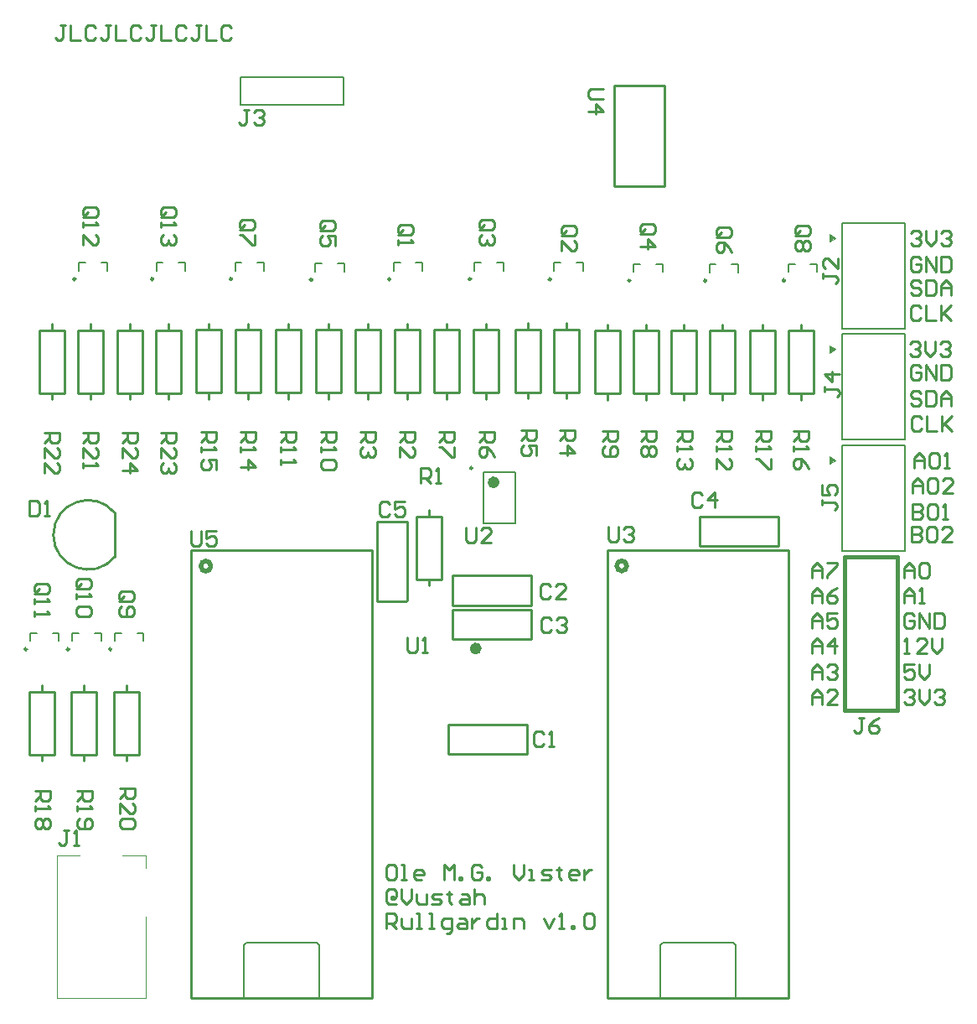
<source format=gto>
G04 Layer_Color=15132400*
%FSLAX43Y43*%
%MOMM*%
G71*
G01*
G75*
%ADD14C,0.254*%
%ADD30C,0.250*%
%ADD31C,0.600*%
%ADD32C,0.508*%
%ADD33C,0.200*%
%ADD34C,0.150*%
%ADD35C,0.025*%
%ADD36C,0.100*%
%ADD37C,0.400*%
G36*
X102740Y74360D02*
X102105Y73979D01*
Y74360D01*
Y74741D01*
X102740Y74360D01*
D02*
G37*
G36*
Y85585D02*
X102105Y85204D01*
Y85585D01*
Y85966D01*
X102740Y85585D01*
D02*
G37*
G36*
Y96785D02*
X102105Y96404D01*
Y96785D01*
Y97166D01*
X102740Y96785D01*
D02*
G37*
D14*
X29933Y69011D02*
G03*
X29933Y64639I-2733J-2186D01*
G01*
X64005Y56282D02*
Y59280D01*
X71956D01*
X71981Y56282D02*
Y59254D01*
X64005Y56282D02*
X71981D01*
X64005Y59701D02*
Y62699D01*
X71956D01*
X71981Y59701D02*
Y62673D01*
X64005Y59701D02*
X71981D01*
X63562Y44701D02*
Y47699D01*
X71512D01*
X71538Y44701D02*
Y47673D01*
X63562Y44701D02*
X71538D01*
X61675Y68695D02*
Y69330D01*
X60405Y62345D02*
X61675D01*
X60405D02*
Y68695D01*
X61675Y61710D02*
Y62345D01*
X62945D01*
X60405Y68695D02*
X62945D01*
Y62345D02*
Y68695D01*
X56415Y68116D02*
X59412D01*
Y60166D02*
Y68116D01*
X56415Y60141D02*
X59387D01*
X56415D02*
Y68116D01*
X31075Y50974D02*
Y51609D01*
X29805Y44624D02*
X31075D01*
X29805D02*
Y50974D01*
X31075Y43989D02*
Y44624D01*
X32345D01*
X29805Y50974D02*
X32345D01*
Y44624D02*
Y50974D01*
X26800D02*
Y51609D01*
X25530Y44624D02*
X26800D01*
X25530D02*
Y50974D01*
X26800Y43989D02*
Y44624D01*
X28070D01*
X25530Y50974D02*
X28070D01*
Y44624D02*
Y50974D01*
X22525D02*
Y51609D01*
X21255Y44624D02*
X22525D01*
X21255D02*
Y50974D01*
X22525Y43989D02*
Y44624D01*
X23795D01*
X21255Y50974D02*
X23795D01*
Y44624D02*
Y50974D01*
X29933Y64639D02*
Y69011D01*
X31400Y87480D02*
Y88115D01*
X30130Y81130D02*
X31400D01*
X30130D02*
Y87480D01*
X31400Y80495D02*
Y81130D01*
X32670D01*
X30130Y87480D02*
X32670D01*
Y81130D02*
Y87480D01*
X35325Y80495D02*
Y81130D01*
Y87480D02*
X36595D01*
Y81130D02*
Y87480D01*
X35325D02*
Y88115D01*
X34055Y87480D02*
X35325D01*
X34055Y81130D02*
X36595D01*
X34055D02*
Y87480D01*
X23550D02*
Y88115D01*
X22280Y81130D02*
X23550D01*
X22280D02*
Y87480D01*
X23550Y80495D02*
Y81130D01*
X24820D01*
X22280Y87480D02*
X24820D01*
Y81130D02*
Y87480D01*
X27475Y80495D02*
Y81130D01*
Y87480D02*
X28745D01*
Y81130D02*
Y87480D01*
X27475D02*
Y88115D01*
X26205Y87480D02*
X27475D01*
X26205Y81130D02*
X28745D01*
X26205D02*
Y87480D01*
X58205Y81173D02*
Y87523D01*
Y81173D02*
X60745D01*
X58205Y87523D02*
X59475D01*
Y88158D01*
X60745Y81173D02*
Y87523D01*
X59475D02*
X60745D01*
X59475Y80538D02*
Y81173D01*
X64713D02*
Y87523D01*
X62173D02*
X64713D01*
X63443Y81173D02*
X64713D01*
X63443Y80538D02*
Y81173D01*
X62173D02*
Y87523D01*
Y81173D02*
X63443D01*
Y87523D02*
Y88158D01*
X66182Y81173D02*
Y87523D01*
Y81173D02*
X68722D01*
X66182Y87523D02*
X67452D01*
Y88158D01*
X68722Y81173D02*
Y87523D01*
X67452D02*
X68722D01*
X67452Y80538D02*
Y81173D01*
X55466Y87523D02*
Y88158D01*
X54196Y81173D02*
X55466D01*
X54196D02*
Y87523D01*
X55466Y80538D02*
Y81173D01*
X56736D01*
X54196Y87523D02*
X56736D01*
Y81173D02*
Y87523D01*
X51459Y80538D02*
Y81173D01*
Y87523D02*
X52729D01*
Y81173D02*
Y87523D01*
X51459D02*
Y88158D01*
X50189Y87523D02*
X51459D01*
X50189Y81173D02*
X52729D01*
X50189D02*
Y87523D01*
X47451D02*
Y88158D01*
X46181Y81173D02*
X47451D01*
X46181D02*
Y87523D01*
X47451Y80538D02*
Y81173D01*
X48721D01*
X46181Y87523D02*
X48721D01*
Y81173D02*
Y87523D01*
X43392Y80538D02*
Y81173D01*
Y87523D02*
X44662D01*
Y81173D02*
Y87523D01*
X43392D02*
Y88158D01*
X42122Y87523D02*
X43392D01*
X42122Y81173D02*
X44662D01*
X42122D02*
Y87523D01*
X39383D02*
Y88158D01*
X38113Y81173D02*
X39383D01*
X38113D02*
Y87523D01*
X39383Y80538D02*
Y81173D01*
X40653D01*
X38113Y87523D02*
X40653D01*
Y81173D02*
Y87523D01*
X80365Y101985D02*
X85445D01*
Y112145D01*
X80365D02*
X85445D01*
X80365Y101985D02*
Y112145D01*
X89012Y65676D02*
X96988D01*
Y68648D01*
X89012Y68674D02*
X96962D01*
X89012Y65676D02*
Y68674D01*
X74300Y81231D02*
Y87581D01*
Y81231D02*
X76840D01*
X74300Y87581D02*
X75570D01*
Y88216D01*
X76840Y81231D02*
Y87581D01*
X75570D02*
X76840D01*
X75570Y80596D02*
Y81231D01*
X91266Y80446D02*
Y81081D01*
Y87431D02*
X92536D01*
Y81081D02*
Y87431D01*
X91266D02*
Y88066D01*
X89996Y87431D02*
X91266D01*
X89996Y81081D02*
X92536D01*
X89996D02*
Y87431D01*
X99227Y80471D02*
Y81106D01*
Y87456D02*
X100497D01*
Y81106D02*
Y87456D01*
X99227D02*
Y88091D01*
X97957Y87456D02*
X99227D01*
X97957Y81106D02*
X100497D01*
X97957D02*
Y87456D01*
X79656Y20057D02*
Y65269D01*
X97944D01*
Y20057D02*
Y65269D01*
X79656Y20057D02*
X97944D01*
X82335Y81106D02*
Y87456D01*
Y81106D02*
X84875D01*
X82335Y87456D02*
X83605D01*
Y88091D01*
X84875Y81106D02*
Y87456D01*
X83605D02*
X84875D01*
X83605Y80471D02*
Y81106D01*
X37631Y20032D02*
X55919D01*
Y65244D01*
X37631D02*
X55919D01*
X37631Y20032D02*
Y65244D01*
X80968Y81106D02*
Y87456D01*
X78428D02*
X80968D01*
X79698Y81106D02*
X80968D01*
X79698Y80471D02*
Y81106D01*
X78428D02*
Y87456D01*
Y81106D02*
X79698D01*
Y87456D02*
Y88091D01*
X87359Y87431D02*
Y88066D01*
X86089Y81081D02*
X87359D01*
X86089D02*
Y87431D01*
X87359Y80446D02*
Y81081D01*
X88629D01*
X86089Y87431D02*
X88629D01*
Y81081D02*
Y87431D01*
X95320Y87456D02*
Y88091D01*
X94050Y81106D02*
X95320D01*
X94050D02*
Y87456D01*
X95320Y80471D02*
Y81106D01*
X96590D01*
X94050Y87456D02*
X96590D01*
Y81106D02*
Y87456D01*
X71663Y87581D02*
Y88216D01*
X70393Y81231D02*
X71663D01*
X70393D02*
Y87581D01*
X71663Y80596D02*
Y81231D01*
X72933D01*
X70393Y87581D02*
X72933D01*
Y81231D02*
Y87581D01*
X105616Y48349D02*
X105108D01*
X105362D01*
Y47079D01*
X105108Y46825D01*
X104854D01*
X104600Y47079D01*
X107139Y48349D02*
X106631Y48095D01*
X106124Y47587D01*
Y47079D01*
X106377Y46825D01*
X106885D01*
X107139Y47079D01*
Y47333D01*
X106885Y47587D01*
X106124D01*
X30632Y77165D02*
X32156D01*
Y76403D01*
X31902Y76150D01*
X31394D01*
X31140Y76403D01*
Y77165D01*
Y76657D02*
X30632Y76150D01*
Y74626D02*
Y75642D01*
X31648Y74626D01*
X31902D01*
X32156Y74880D01*
Y75388D01*
X31902Y75642D01*
X30632Y73356D02*
X32156D01*
X31394Y74118D01*
Y73103D01*
X34569Y77165D02*
X36093D01*
Y76403D01*
X35839Y76150D01*
X35331D01*
X35077Y76403D01*
Y77165D01*
Y76657D02*
X34569Y76150D01*
Y74626D02*
Y75642D01*
X35585Y74626D01*
X35839D01*
X36093Y74880D01*
Y75388D01*
X35839Y75642D01*
Y74118D02*
X36093Y73864D01*
Y73356D01*
X35839Y73103D01*
X35585D01*
X35331Y73356D01*
Y73610D01*
Y73356D01*
X35077Y73103D01*
X34823D01*
X34569Y73356D01*
Y73864D01*
X34823Y74118D01*
X22784Y77165D02*
X24307D01*
Y76403D01*
X24053Y76150D01*
X23546D01*
X23292Y76403D01*
Y77165D01*
Y76657D02*
X22784Y76150D01*
Y74626D02*
Y75642D01*
X23799Y74626D01*
X24053D01*
X24307Y74880D01*
Y75388D01*
X24053Y75642D01*
X22784Y73103D02*
Y74118D01*
X23799Y73103D01*
X24053D01*
X24307Y73356D01*
Y73864D01*
X24053Y74118D01*
X26721Y77165D02*
X28244D01*
Y76403D01*
X27990Y76150D01*
X27483D01*
X27229Y76403D01*
Y77165D01*
Y76657D02*
X26721Y76150D01*
Y74626D02*
Y75642D01*
X27736Y74626D01*
X27990D01*
X28244Y74880D01*
Y75388D01*
X27990Y75642D01*
X26721Y74118D02*
Y73610D01*
Y73864D01*
X28244D01*
X27990Y74118D01*
X30373Y41245D02*
X31896D01*
Y40484D01*
X31642Y40230D01*
X31135D01*
X30881Y40484D01*
Y41245D01*
Y40738D02*
X30373Y40230D01*
Y38706D02*
Y39722D01*
X31388Y38706D01*
X31642D01*
X31896Y38960D01*
Y39468D01*
X31642Y39722D01*
Y38198D02*
X31896Y37944D01*
Y37437D01*
X31642Y37183D01*
X30627D01*
X30373Y37437D01*
Y37944D01*
X30627Y38198D01*
X31642D01*
X26106Y40991D02*
X27629D01*
Y40230D01*
X27375Y39976D01*
X26867D01*
X26613Y40230D01*
Y40991D01*
Y40484D02*
X26106Y39976D01*
Y39468D02*
Y38960D01*
Y39214D01*
X27629D01*
X27375Y39468D01*
X26360Y38198D02*
X26106Y37944D01*
Y37437D01*
X26360Y37183D01*
X27375D01*
X27629Y37437D01*
Y37944D01*
X27375Y38198D01*
X27121D01*
X26867Y37944D01*
Y37183D01*
X21838Y40991D02*
X23362D01*
Y40230D01*
X23108Y39976D01*
X22600D01*
X22346Y40230D01*
Y40991D01*
Y40484D02*
X21838Y39976D01*
Y39468D02*
Y38960D01*
Y39214D01*
X23362D01*
X23108Y39468D01*
Y38198D02*
X23362Y37944D01*
Y37437D01*
X23108Y37183D01*
X22854D01*
X22600Y37437D01*
X22346Y37183D01*
X22092D01*
X21838Y37437D01*
Y37944D01*
X22092Y38198D01*
X22346D01*
X22600Y37944D01*
X22854Y38198D01*
X23108D01*
X22600Y37944D02*
Y37437D01*
X34818Y98897D02*
X35834D01*
X36088Y99151D01*
Y99658D01*
X35834Y99912D01*
X34818D01*
X34564Y99658D01*
Y99151D01*
X35072Y99404D02*
X34564Y98897D01*
Y99151D02*
X34818Y98897D01*
X34564Y98389D02*
Y97881D01*
Y98135D01*
X36088D01*
X35834Y98389D01*
Y97119D02*
X36088Y96865D01*
Y96357D01*
X35834Y96104D01*
X35580D01*
X35326Y96357D01*
Y96611D01*
Y96357D01*
X35072Y96104D01*
X34818D01*
X34564Y96357D01*
Y96865D01*
X34818Y97119D01*
X26964Y98873D02*
X27980D01*
X28234Y99127D01*
Y99635D01*
X27980Y99889D01*
X26964D01*
X26710Y99635D01*
Y99127D01*
X27218Y99381D02*
X26710Y98873D01*
Y99127D02*
X26964Y98873D01*
X26710Y98365D02*
Y97858D01*
Y98111D01*
X28234D01*
X27980Y98365D01*
X26710Y96080D02*
Y97096D01*
X27726Y96080D01*
X27980D01*
X28234Y96334D01*
Y96842D01*
X27980Y97096D01*
X22022Y60910D02*
X23037D01*
X23291Y61163D01*
Y61671D01*
X23037Y61925D01*
X22022D01*
X21768Y61671D01*
Y61163D01*
X22276Y61417D02*
X21768Y60910D01*
Y61163D02*
X22022Y60910D01*
X21768Y60402D02*
Y59894D01*
Y60148D01*
X23291D01*
X23037Y60402D01*
X21768Y59132D02*
Y58624D01*
Y58878D01*
X23291D01*
X23037Y59132D01*
X26289Y61418D02*
X27305D01*
X27559Y61671D01*
Y62179D01*
X27305Y62433D01*
X26289D01*
X26035Y62179D01*
Y61671D01*
X26543Y61925D02*
X26035Y61418D01*
Y61671D02*
X26289Y61418D01*
X26035Y60910D02*
Y60402D01*
Y60656D01*
X27559D01*
X27305Y60910D01*
Y59640D02*
X27559Y59386D01*
Y58878D01*
X27305Y58624D01*
X26289D01*
X26035Y58878D01*
Y59386D01*
X26289Y59640D01*
X27305D01*
X43491Y109724D02*
X42983D01*
X43237D01*
Y108454D01*
X42983Y108200D01*
X42729D01*
X42475Y108454D01*
X43999Y109470D02*
X44252Y109724D01*
X44760D01*
X45014Y109470D01*
Y109216D01*
X44760Y108962D01*
X44506D01*
X44760D01*
X45014Y108708D01*
Y108454D01*
X44760Y108200D01*
X44252D01*
X43999Y108454D01*
X21275Y70249D02*
Y68725D01*
X22037D01*
X22291Y68979D01*
Y69995D01*
X22037Y70249D01*
X21275D01*
X22799Y68725D02*
X23306D01*
X23052D01*
Y70249D01*
X22799Y69995D01*
X89281Y70840D02*
X89027Y71094D01*
X88519D01*
X88265Y70840D01*
Y69825D01*
X88519Y69571D01*
X89027D01*
X89281Y69825D01*
X90550Y69571D02*
Y71094D01*
X89789Y70332D01*
X90804D01*
X70988Y77426D02*
X72511D01*
Y76665D01*
X72257Y76411D01*
X71749D01*
X71495Y76665D01*
Y77426D01*
Y76918D02*
X70988Y76411D01*
X72511Y74887D02*
Y75903D01*
X71749D01*
X72003Y75395D01*
Y75141D01*
X71749Y74887D01*
X71241D01*
X70988Y75141D01*
Y75649D01*
X71241Y75903D01*
X38633Y77216D02*
X40157D01*
Y76454D01*
X39903Y76200D01*
X39395D01*
X39141Y76454D01*
Y77216D01*
Y76708D02*
X38633Y76200D01*
Y75692D02*
Y75185D01*
Y75439D01*
X40157D01*
X39903Y75692D01*
X40157Y73407D02*
Y74423D01*
X39395D01*
X39649Y73915D01*
Y73661D01*
X39395Y73407D01*
X38887D01*
X38633Y73661D01*
Y74169D01*
X38887Y74423D01*
X42621Y77216D02*
X44145D01*
Y76454D01*
X43891Y76200D01*
X43383D01*
X43129Y76454D01*
Y77216D01*
Y76708D02*
X42621Y76200D01*
Y75692D02*
Y75185D01*
Y75439D01*
X44145D01*
X43891Y75692D01*
X42621Y73661D02*
X44145D01*
X43383Y74423D01*
Y73407D01*
X94670Y77301D02*
X96193D01*
Y76540D01*
X95939Y76286D01*
X95431D01*
X95178Y76540D01*
Y77301D01*
Y76793D02*
X94670Y76286D01*
Y75778D02*
Y75270D01*
Y75524D01*
X96193D01*
X95939Y75778D01*
X96193Y74508D02*
Y73493D01*
X95939D01*
X94924Y74508D01*
X94670D01*
X98503Y77301D02*
X100026D01*
Y76540D01*
X99773Y76286D01*
X99265D01*
X99011Y76540D01*
Y77301D01*
Y76793D02*
X98503Y76286D01*
Y75778D02*
Y75270D01*
Y75524D01*
X100026D01*
X99773Y75778D01*
X100026Y73493D02*
X99773Y74000D01*
X99265Y74508D01*
X98757D01*
X98503Y74254D01*
Y73746D01*
X98757Y73493D01*
X99011D01*
X99265Y73746D01*
Y74508D01*
X46685Y77216D02*
X48209D01*
Y76454D01*
X47955Y76200D01*
X47447D01*
X47193Y76454D01*
Y77216D01*
Y76708D02*
X46685Y76200D01*
Y75692D02*
Y75185D01*
Y75439D01*
X48209D01*
X47955Y75692D01*
X46685Y74423D02*
Y73915D01*
Y74169D01*
X48209D01*
X47955Y74423D01*
X50698Y77216D02*
X52222D01*
Y76454D01*
X51968Y76200D01*
X51460D01*
X51206Y76454D01*
Y77216D01*
Y76708D02*
X50698Y76200D01*
Y75692D02*
Y75185D01*
Y75439D01*
X52222D01*
X51968Y75692D01*
Y74423D02*
X52222Y74169D01*
Y73661D01*
X51968Y73407D01*
X50952D01*
X50698Y73661D01*
Y74169D01*
X50952Y74423D01*
X51968D01*
X86684Y77276D02*
X88207D01*
Y76515D01*
X87954Y76261D01*
X87446D01*
X87192Y76515D01*
Y77276D01*
Y76768D02*
X86684Y76261D01*
Y75753D02*
Y75245D01*
Y75499D01*
X88207D01*
X87954Y75753D01*
Y74483D02*
X88207Y74229D01*
Y73721D01*
X87954Y73468D01*
X87700D01*
X87446Y73721D01*
Y73975D01*
Y73721D01*
X87192Y73468D01*
X86938D01*
X86684Y73721D01*
Y74229D01*
X86938Y74483D01*
X90691Y77276D02*
X92215D01*
Y76515D01*
X91961Y76261D01*
X91453D01*
X91199Y76515D01*
Y77276D01*
Y76768D02*
X90691Y76261D01*
Y75753D02*
Y75245D01*
Y75499D01*
X92215D01*
X91961Y75753D01*
X90691Y73468D02*
Y74483D01*
X91707Y73468D01*
X91961D01*
X92215Y73721D01*
Y74229D01*
X91961Y74483D01*
X54712Y77216D02*
X56235D01*
Y76454D01*
X55981Y76200D01*
X55473D01*
X55219Y76454D01*
Y77216D01*
Y76708D02*
X54712Y76200D01*
X55981Y75692D02*
X56235Y75439D01*
Y74931D01*
X55981Y74677D01*
X55727D01*
X55473Y74931D01*
Y75185D01*
Y74931D01*
X55219Y74677D01*
X54966D01*
X54712Y74931D01*
Y75439D01*
X54966Y75692D01*
X42774Y97613D02*
X43789D01*
X44043Y97866D01*
Y98374D01*
X43789Y98628D01*
X42774D01*
X42520Y98374D01*
Y97866D01*
X43027Y98120D02*
X42520Y97613D01*
Y97866D02*
X42774Y97613D01*
X44043Y97105D02*
Y96089D01*
X43789D01*
X42774Y97105D01*
X42520D01*
X98880Y97021D02*
X99895D01*
X100149Y97275D01*
Y97782D01*
X99895Y98036D01*
X98880D01*
X98626Y97782D01*
Y97275D01*
X99134Y97528D02*
X98626Y97021D01*
Y97275D02*
X98880Y97021D01*
X99895Y96513D02*
X100149Y96259D01*
Y95751D01*
X99895Y95497D01*
X99641D01*
X99387Y95751D01*
X99134Y95497D01*
X98880D01*
X98626Y95751D01*
Y96259D01*
X98880Y96513D01*
X99134D01*
X99387Y96259D01*
X99641Y96513D01*
X99895D01*
X99387Y96259D02*
Y95751D01*
X50902Y97536D02*
X51917D01*
X52171Y97790D01*
Y98298D01*
X51917Y98552D01*
X50902D01*
X50648Y98298D01*
Y97790D01*
X51155Y98044D02*
X50648Y97536D01*
Y97790D02*
X50902Y97536D01*
X52171Y96013D02*
Y97028D01*
X51409D01*
X51663Y96521D01*
Y96267D01*
X51409Y96013D01*
X50902D01*
X50648Y96267D01*
Y96775D01*
X50902Y97028D01*
X90937Y96871D02*
X91953D01*
X92207Y97125D01*
Y97632D01*
X91953Y97886D01*
X90937D01*
X90683Y97632D01*
Y97125D01*
X91191Y97378D02*
X90683Y96871D01*
Y97125D02*
X90937Y96871D01*
X92207Y95347D02*
X91953Y95855D01*
X91445Y96363D01*
X90937D01*
X90683Y96109D01*
Y95601D01*
X90937Y95347D01*
X91191D01*
X91445Y95601D01*
Y96363D01*
X79781Y67691D02*
Y66421D01*
X80035Y66167D01*
X80543D01*
X80797Y66421D01*
Y67691D01*
X81305Y67437D02*
X81559Y67691D01*
X82067D01*
X82321Y67437D01*
Y67183D01*
X82067Y66929D01*
X81813D01*
X82067D01*
X82321Y66675D01*
Y66421D01*
X82067Y66167D01*
X81559D01*
X81305Y66421D01*
X60800Y72025D02*
Y73549D01*
X61562D01*
X61816Y73295D01*
Y72787D01*
X61562Y72533D01*
X60800D01*
X61308D02*
X61816Y72025D01*
X62324D02*
X62831D01*
X62577D01*
Y73549D01*
X62324Y73295D01*
X73289Y46709D02*
X73035Y46963D01*
X72527D01*
X72273Y46709D01*
Y45693D01*
X72527Y45439D01*
X73035D01*
X73289Y45693D01*
X73797Y45439D02*
X74305D01*
X74051D01*
Y46963D01*
X73797Y46709D01*
X73907Y61659D02*
X73653Y61913D01*
X73146D01*
X72892Y61659D01*
Y60643D01*
X73146Y60389D01*
X73653D01*
X73907Y60643D01*
X75431Y60389D02*
X74415D01*
X75431Y61405D01*
Y61659D01*
X75177Y61913D01*
X74669D01*
X74415Y61659D01*
X73982Y58265D02*
X73728Y58518D01*
X73221D01*
X72967Y58265D01*
Y57249D01*
X73221Y56995D01*
X73728D01*
X73982Y57249D01*
X74490Y58265D02*
X74744Y58518D01*
X75252D01*
X75506Y58265D01*
Y58011D01*
X75252Y57757D01*
X74998D01*
X75252D01*
X75506Y57503D01*
Y57249D01*
X75252Y56995D01*
X74744D01*
X74490Y57249D01*
X59425Y56499D02*
Y55229D01*
X59679Y54975D01*
X60187D01*
X60441Y55229D01*
Y56499D01*
X60949Y54975D02*
X61456D01*
X61202D01*
Y56499D01*
X60949Y56245D01*
X65350Y67549D02*
Y66279D01*
X65604Y66025D01*
X66112D01*
X66366Y66279D01*
Y67549D01*
X67889Y66025D02*
X66874D01*
X67889Y67041D01*
Y67295D01*
X67635Y67549D01*
X67127D01*
X66874Y67295D01*
X25273Y37007D02*
X24765D01*
X25019D01*
Y35738D01*
X24765Y35484D01*
X24511D01*
X24257Y35738D01*
X25781Y35484D02*
X26288D01*
X26034D01*
Y37007D01*
X25781Y36753D01*
X58801Y97079D02*
X59817D01*
X60071Y97333D01*
Y97841D01*
X59817Y98095D01*
X58801D01*
X58547Y97841D01*
Y97333D01*
X59055Y97587D02*
X58547Y97079D01*
Y97333D02*
X58801Y97079D01*
X58547Y96571D02*
Y96063D01*
Y96317D01*
X60071D01*
X59817Y96571D01*
X75302Y97046D02*
X76318D01*
X76572Y97300D01*
Y97807D01*
X76318Y98061D01*
X75302D01*
X75048Y97807D01*
Y97300D01*
X75556Y97553D02*
X75048Y97046D01*
Y97300D02*
X75302Y97046D01*
X75048Y95522D02*
Y96538D01*
X76064Y95522D01*
X76318D01*
X76572Y95776D01*
Y96284D01*
X76318Y96538D01*
X83270Y97196D02*
X84285D01*
X84539Y97450D01*
Y97957D01*
X84285Y98211D01*
X83270D01*
X83016Y97957D01*
Y97450D01*
X83523Y97703D02*
X83016Y97196D01*
Y97450D02*
X83270Y97196D01*
X83016Y95926D02*
X84539D01*
X83777Y96688D01*
Y95672D01*
X66954Y97613D02*
X67970D01*
X68224Y97866D01*
Y98374D01*
X67970Y98628D01*
X66954D01*
X66700Y98374D01*
Y97866D01*
X67208Y98120D02*
X66700Y97613D01*
Y97866D02*
X66954Y97613D01*
X67970Y97105D02*
X68224Y96851D01*
Y96343D01*
X67970Y96089D01*
X67716D01*
X67462Y96343D01*
Y96597D01*
Y96343D01*
X67208Y96089D01*
X66954D01*
X66700Y96343D01*
Y96851D01*
X66954Y97105D01*
X66700Y77216D02*
X68224D01*
Y76454D01*
X67970Y76200D01*
X67462D01*
X67208Y76454D01*
Y77216D01*
Y76708D02*
X66700Y76200D01*
X68224Y74677D02*
X67970Y75185D01*
X67462Y75692D01*
X66954D01*
X66700Y75439D01*
Y74931D01*
X66954Y74677D01*
X67208D01*
X67462Y74931D01*
Y75692D01*
X83055Y77301D02*
X84579D01*
Y76540D01*
X84325Y76286D01*
X83817D01*
X83563Y76540D01*
Y77301D01*
Y76793D02*
X83055Y76286D01*
X84325Y75778D02*
X84579Y75524D01*
Y75016D01*
X84325Y74762D01*
X84071D01*
X83817Y75016D01*
X83563Y74762D01*
X83309D01*
X83055Y75016D01*
Y75524D01*
X83309Y75778D01*
X83563D01*
X83817Y75524D01*
X84071Y75778D01*
X84325D01*
X83817Y75524D02*
Y75016D01*
X74895Y77426D02*
X76418D01*
Y76665D01*
X76164Y76411D01*
X75656D01*
X75403Y76665D01*
Y77426D01*
Y76918D02*
X74895Y76411D01*
Y75141D02*
X76418D01*
X75656Y75903D01*
Y74887D01*
X62687Y77216D02*
X64211D01*
Y76454D01*
X63957Y76200D01*
X63449D01*
X63195Y76454D01*
Y77216D01*
Y76708D02*
X62687Y76200D01*
X64211Y75692D02*
Y74677D01*
X63957D01*
X62941Y75692D01*
X62687D01*
X58725Y77216D02*
X60248D01*
Y76454D01*
X59994Y76200D01*
X59487D01*
X59233Y76454D01*
Y77216D01*
Y76708D02*
X58725Y76200D01*
Y74677D02*
Y75692D01*
X59740Y74677D01*
X59994D01*
X60248Y74931D01*
Y75439D01*
X59994Y75692D01*
X79249Y111825D02*
X77979D01*
X77725Y111571D01*
Y111063D01*
X77979Y110809D01*
X79249D01*
X77725Y109540D02*
X79249D01*
X78487Y110301D01*
Y109286D01*
X79148Y77301D02*
X80672D01*
Y76540D01*
X80418Y76286D01*
X79910D01*
X79656Y76540D01*
Y77301D01*
Y76793D02*
X79148Y76286D01*
X79402Y75778D02*
X79148Y75524D01*
Y75016D01*
X79402Y74762D01*
X80418D01*
X80672Y75016D01*
Y75524D01*
X80418Y75778D01*
X80164D01*
X79910Y75524D01*
Y74762D01*
X57691Y69895D02*
X57437Y70149D01*
X56929D01*
X56675Y69895D01*
Y68879D01*
X56929Y68625D01*
X57437D01*
X57691Y68879D01*
X59214Y70149D02*
X58199D01*
Y69387D01*
X58706Y69641D01*
X58960D01*
X59214Y69387D01*
Y68879D01*
X58960Y68625D01*
X58452D01*
X58199Y68879D01*
X37612Y67245D02*
Y65976D01*
X37866Y65722D01*
X38373D01*
X38627Y65976D01*
Y67245D01*
X40151D02*
X39135D01*
Y66483D01*
X39643Y66737D01*
X39897D01*
X40151Y66483D01*
Y65976D01*
X39897Y65722D01*
X39389D01*
X39135Y65976D01*
X101451Y93191D02*
Y92683D01*
Y92937D01*
X102721D01*
X102975Y92683D01*
Y92429D01*
X102721Y92175D01*
X102975Y94714D02*
Y93699D01*
X101959Y94714D01*
X101705D01*
X101451Y94460D01*
Y93952D01*
X101705Y93699D01*
X101601Y81791D02*
Y81283D01*
Y81537D01*
X102871D01*
X103125Y81283D01*
Y81029D01*
X102871Y80775D01*
X103125Y83060D02*
X101601D01*
X102363Y82299D01*
Y83314D01*
X101351Y70391D02*
Y69883D01*
Y70137D01*
X102621D01*
X102875Y69883D01*
Y69629D01*
X102621Y69375D01*
X101351Y71914D02*
Y70899D01*
X102113D01*
X101859Y71406D01*
Y71660D01*
X102113Y71914D01*
X102621D01*
X102875Y71660D01*
Y71152D01*
X102621Y70899D01*
X30556Y60148D02*
X31572D01*
X31826Y60401D01*
Y60909D01*
X31572Y61163D01*
X30556D01*
X30302Y60909D01*
Y60401D01*
X30810Y60655D02*
X30302Y60148D01*
Y60401D02*
X30556Y60148D01*
Y59640D02*
X30302Y59386D01*
Y58878D01*
X30556Y58624D01*
X31572D01*
X31826Y58878D01*
Y59386D01*
X31572Y59640D01*
X31318D01*
X31064Y59386D01*
Y58624D01*
X24891Y118274D02*
X24383D01*
X24637D01*
Y117004D01*
X24383Y116750D01*
X24129D01*
X23875Y117004D01*
X25399Y118274D02*
Y116750D01*
X26414D01*
X27938Y118020D02*
X27684Y118274D01*
X27176D01*
X26922Y118020D01*
Y117004D01*
X27176Y116750D01*
X27684D01*
X27938Y117004D01*
X29461Y118274D02*
X28953D01*
X29207D01*
Y117004D01*
X28953Y116750D01*
X28699D01*
X28446Y117004D01*
X29969Y118274D02*
Y116750D01*
X30985D01*
X32508Y118020D02*
X32254Y118274D01*
X31746D01*
X31493Y118020D01*
Y117004D01*
X31746Y116750D01*
X32254D01*
X32508Y117004D01*
X34032Y118274D02*
X33524D01*
X33778D01*
Y117004D01*
X33524Y116750D01*
X33270D01*
X33016Y117004D01*
X34540Y118274D02*
Y116750D01*
X35555D01*
X37079Y118020D02*
X36825Y118274D01*
X36317D01*
X36063Y118020D01*
Y117004D01*
X36317Y116750D01*
X36825D01*
X37079Y117004D01*
X38602Y118274D02*
X38094D01*
X38348D01*
Y117004D01*
X38094Y116750D01*
X37840D01*
X37587Y117004D01*
X39110Y118274D02*
Y116750D01*
X40126D01*
X41649Y118020D02*
X41395Y118274D01*
X40888D01*
X40634Y118020D01*
Y117004D01*
X40888Y116750D01*
X41395D01*
X41649Y117004D01*
X109675Y50995D02*
X109929Y51249D01*
X110437D01*
X110691Y50995D01*
Y50741D01*
X110437Y50487D01*
X110183D01*
X110437D01*
X110691Y50233D01*
Y49979D01*
X110437Y49725D01*
X109929D01*
X109675Y49979D01*
X111199Y51249D02*
Y50233D01*
X111706Y49725D01*
X112214Y50233D01*
Y51249D01*
X112722Y50995D02*
X112976Y51249D01*
X113484D01*
X113738Y50995D01*
Y50741D01*
X113484Y50487D01*
X113230D01*
X113484D01*
X113738Y50233D01*
Y49979D01*
X113484Y49725D01*
X112976D01*
X112722Y49979D01*
X110691Y53799D02*
X109675D01*
Y53037D01*
X110183Y53291D01*
X110437D01*
X110691Y53037D01*
Y52529D01*
X110437Y52275D01*
X109929D01*
X109675Y52529D01*
X111199Y53799D02*
Y52783D01*
X111706Y52275D01*
X112214Y52783D01*
Y53799D01*
X109675Y54825D02*
X110183D01*
X109929D01*
Y56349D01*
X109675Y56095D01*
X111960Y54825D02*
X110945D01*
X111960Y55841D01*
Y56095D01*
X111706Y56349D01*
X111199D01*
X110945Y56095D01*
X112468Y56349D02*
Y55333D01*
X112976Y54825D01*
X113484Y55333D01*
Y56349D01*
X110691Y58645D02*
X110437Y58899D01*
X109929D01*
X109675Y58645D01*
Y57629D01*
X109929Y57375D01*
X110437D01*
X110691Y57629D01*
Y58137D01*
X110183D01*
X111199Y57375D02*
Y58899D01*
X112214Y57375D01*
Y58899D01*
X112722D02*
Y57375D01*
X113484D01*
X113738Y57629D01*
Y58645D01*
X113484Y58899D01*
X112722D01*
X100350Y62475D02*
Y63491D01*
X100858Y63999D01*
X101366Y63491D01*
Y62475D01*
Y63237D01*
X100350D01*
X101873Y63999D02*
X102889D01*
Y63745D01*
X101873Y62729D01*
Y62475D01*
X100350Y59925D02*
Y60941D01*
X100858Y61449D01*
X101366Y60941D01*
Y59925D01*
Y60687D01*
X100350D01*
X102889Y61449D02*
X102381Y61195D01*
X101873Y60687D01*
Y60179D01*
X102127Y59925D01*
X102635D01*
X102889Y60179D01*
Y60433D01*
X102635Y60687D01*
X101873D01*
X100350Y57375D02*
Y58391D01*
X100858Y58899D01*
X101366Y58391D01*
Y57375D01*
Y58137D01*
X100350D01*
X102889Y58899D02*
X101873D01*
Y58137D01*
X102381Y58391D01*
X102635D01*
X102889Y58137D01*
Y57629D01*
X102635Y57375D01*
X102127D01*
X101873Y57629D01*
X100350Y54825D02*
Y55841D01*
X100858Y56349D01*
X101366Y55841D01*
Y54825D01*
Y55587D01*
X100350D01*
X102635Y54825D02*
Y56349D01*
X101873Y55587D01*
X102889D01*
X100350Y52275D02*
Y53291D01*
X100858Y53799D01*
X101366Y53291D01*
Y52275D01*
Y53037D01*
X100350D01*
X101873Y53545D02*
X102127Y53799D01*
X102635D01*
X102889Y53545D01*
Y53291D01*
X102635Y53037D01*
X102381D01*
X102635D01*
X102889Y52783D01*
Y52529D01*
X102635Y52275D01*
X102127D01*
X101873Y52529D01*
X100350Y49725D02*
Y50741D01*
X100858Y51249D01*
X101366Y50741D01*
Y49725D01*
Y50487D01*
X100350D01*
X102889Y49725D02*
X101873D01*
X102889Y50741D01*
Y50995D01*
X102635Y51249D01*
X102127D01*
X101873Y50995D01*
X109675Y59925D02*
Y60941D01*
X110183Y61449D01*
X110691Y60941D01*
Y59925D01*
Y60687D01*
X109675D01*
X111199Y59925D02*
X111706D01*
X111452D01*
Y61449D01*
X111199Y61195D01*
X109675Y62475D02*
Y63491D01*
X110183Y63999D01*
X110691Y63491D01*
Y62475D01*
Y63237D01*
X109675D01*
X111199Y63745D02*
X111452Y63999D01*
X111960D01*
X112214Y63745D01*
Y62729D01*
X111960Y62475D01*
X111452D01*
X111199Y62729D01*
Y63745D01*
X110325Y97320D02*
X110579Y97574D01*
X111087D01*
X111341Y97320D01*
Y97066D01*
X111087Y96812D01*
X110833D01*
X111087D01*
X111341Y96558D01*
Y96304D01*
X111087Y96050D01*
X110579D01*
X110325Y96304D01*
X111849Y97574D02*
Y96558D01*
X112356Y96050D01*
X112864Y96558D01*
Y97574D01*
X113372Y97320D02*
X113626Y97574D01*
X114134D01*
X114388Y97320D01*
Y97066D01*
X114134Y96812D01*
X113880D01*
X114134D01*
X114388Y96558D01*
Y96304D01*
X114134Y96050D01*
X113626D01*
X113372Y96304D01*
X110275Y86070D02*
X110529Y86324D01*
X111037D01*
X111291Y86070D01*
Y85816D01*
X111037Y85562D01*
X110783D01*
X111037D01*
X111291Y85308D01*
Y85054D01*
X111037Y84800D01*
X110529D01*
X110275Y85054D01*
X111799Y86324D02*
Y85308D01*
X112306Y84800D01*
X112814Y85308D01*
Y86324D01*
X113322Y86070D02*
X113576Y86324D01*
X114084D01*
X114338Y86070D01*
Y85816D01*
X114084Y85562D01*
X113830D01*
X114084D01*
X114338Y85308D01*
Y85054D01*
X114084Y84800D01*
X113576D01*
X113322Y85054D01*
X111366Y94620D02*
X111112Y94874D01*
X110604D01*
X110350Y94620D01*
Y93604D01*
X110604Y93350D01*
X111112D01*
X111366Y93604D01*
Y94112D01*
X110858D01*
X111874Y93350D02*
Y94874D01*
X112889Y93350D01*
Y94874D01*
X113397D02*
Y93350D01*
X114159D01*
X114413Y93604D01*
Y94620D01*
X114159Y94874D01*
X113397D01*
X111341Y83695D02*
X111087Y83949D01*
X110579D01*
X110325Y83695D01*
Y82679D01*
X110579Y82425D01*
X111087D01*
X111341Y82679D01*
Y83187D01*
X110833D01*
X111849Y82425D02*
Y83949D01*
X112864Y82425D01*
Y83949D01*
X113372D02*
Y82425D01*
X114134D01*
X114388Y82679D01*
Y83695D01*
X114134Y83949D01*
X113372D01*
X110650Y73600D02*
Y74616D01*
X111158Y75124D01*
X111666Y74616D01*
Y73600D01*
Y74362D01*
X110650D01*
X112935Y75124D02*
X112427D01*
X112174Y74870D01*
Y73854D01*
X112427Y73600D01*
X112935D01*
X113189Y73854D01*
Y74870D01*
X112935Y75124D01*
X113697Y73600D02*
X114205D01*
X113951D01*
Y75124D01*
X113697Y74870D01*
X110500Y71075D02*
Y72091D01*
X111008Y72599D01*
X111516Y72091D01*
Y71075D01*
Y71837D01*
X110500D01*
X112785Y72599D02*
X112277D01*
X112024Y72345D01*
Y71329D01*
X112277Y71075D01*
X112785D01*
X113039Y71329D01*
Y72345D01*
X112785Y72599D01*
X114563Y71075D02*
X113547D01*
X114563Y72091D01*
Y72345D01*
X114309Y72599D01*
X113801D01*
X113547Y72345D01*
X110425Y67624D02*
Y66100D01*
X111187D01*
X111441Y66354D01*
Y66608D01*
X111187Y66862D01*
X110425D01*
X111187D01*
X111441Y67116D01*
Y67370D01*
X111187Y67624D01*
X110425D01*
X112710D02*
X112202D01*
X111949Y67370D01*
Y66354D01*
X112202Y66100D01*
X112710D01*
X112964Y66354D01*
Y67370D01*
X112710Y67624D01*
X114488Y66100D02*
X113472D01*
X114488Y67116D01*
Y67370D01*
X114234Y67624D01*
X113726D01*
X113472Y67370D01*
X110500Y69974D02*
Y68450D01*
X111262D01*
X111516Y68704D01*
Y68958D01*
X111262Y69212D01*
X110500D01*
X111262D01*
X111516Y69466D01*
Y69720D01*
X111262Y69974D01*
X110500D01*
X112785D02*
X112277D01*
X112024Y69720D01*
Y68704D01*
X112277Y68450D01*
X112785D01*
X113039Y68704D01*
Y69720D01*
X112785Y69974D01*
X113547Y68450D02*
X114055D01*
X113801D01*
Y69974D01*
X113547Y69720D01*
X111391Y92320D02*
X111137Y92574D01*
X110629D01*
X110375Y92320D01*
Y92066D01*
X110629Y91812D01*
X111137D01*
X111391Y91558D01*
Y91304D01*
X111137Y91050D01*
X110629D01*
X110375Y91304D01*
X111899Y92574D02*
Y91050D01*
X112660D01*
X112914Y91304D01*
Y92320D01*
X112660Y92574D01*
X111899D01*
X113422Y91050D02*
Y92066D01*
X113930Y92574D01*
X114438Y92066D01*
Y91050D01*
Y91812D01*
X113422D01*
X111391Y81095D02*
X111137Y81349D01*
X110629D01*
X110375Y81095D01*
Y80841D01*
X110629Y80587D01*
X111137D01*
X111391Y80333D01*
Y80079D01*
X111137Y79825D01*
X110629D01*
X110375Y80079D01*
X111899Y81349D02*
Y79825D01*
X112660D01*
X112914Y80079D01*
Y81095D01*
X112660Y81349D01*
X111899D01*
X113422Y79825D02*
Y80841D01*
X113930Y81349D01*
X114438Y80841D01*
Y79825D01*
Y80587D01*
X113422D01*
X111366Y89745D02*
X111112Y89999D01*
X110604D01*
X110350Y89745D01*
Y88729D01*
X110604Y88475D01*
X111112D01*
X111366Y88729D01*
X111874Y89999D02*
Y88475D01*
X112889D01*
X113397Y89999D02*
Y88475D01*
Y88983D01*
X114413Y89999D01*
X113651Y89237D01*
X114413Y88475D01*
X111416Y78545D02*
X111162Y78799D01*
X110654D01*
X110400Y78545D01*
Y77529D01*
X110654Y77275D01*
X111162D01*
X111416Y77529D01*
X111924Y78799D02*
Y77275D01*
X112939D01*
X113447Y78799D02*
Y77275D01*
Y77783D01*
X114463Y78799D01*
X113701Y78037D01*
X114463Y77275D01*
X58060Y33559D02*
X57552D01*
X57298Y33305D01*
Y32290D01*
X57552Y32036D01*
X58060D01*
X58314Y32290D01*
Y33305D01*
X58060Y33559D01*
X58822Y32036D02*
X59330D01*
X59076D01*
Y33559D01*
X58822D01*
X60853Y32036D02*
X60345D01*
X60092Y32290D01*
Y32798D01*
X60345Y33052D01*
X60853D01*
X61107Y32798D01*
Y32544D01*
X60092D01*
X63139Y32036D02*
Y33559D01*
X63646Y33052D01*
X64154Y33559D01*
Y32036D01*
X64662D02*
Y32290D01*
X64916D01*
Y32036D01*
X64662D01*
X66947Y33305D02*
X66693Y33559D01*
X66186D01*
X65932Y33305D01*
Y32290D01*
X66186Y32036D01*
X66693D01*
X66947Y32290D01*
Y32798D01*
X66439D01*
X67455Y32036D02*
Y32290D01*
X67709D01*
Y32036D01*
X67455D01*
X70248Y33559D02*
Y32544D01*
X70756Y32036D01*
X71264Y32544D01*
Y33559D01*
X71772Y32036D02*
X72280D01*
X72026D01*
Y33052D01*
X71772D01*
X73041Y32036D02*
X73803D01*
X74057Y32290D01*
X73803Y32544D01*
X73295D01*
X73041Y32798D01*
X73295Y33052D01*
X74057D01*
X74819Y33305D02*
Y33052D01*
X74565D01*
X75073D01*
X74819D01*
Y32290D01*
X75073Y32036D01*
X76596D02*
X76088D01*
X75834Y32290D01*
Y32798D01*
X76088Y33052D01*
X76596D01*
X76850Y32798D01*
Y32544D01*
X75834D01*
X77358Y33052D02*
Y32036D01*
Y32544D01*
X77612Y32798D01*
X77866Y33052D01*
X78120D01*
X58060Y30081D02*
Y30335D01*
X57806D01*
Y30081D01*
X58060D01*
X58314Y30335D01*
Y30843D01*
X58060Y31097D01*
X57552D01*
X57298Y30843D01*
Y29827D01*
X57552Y29573D01*
X58314D01*
X58822Y31097D02*
Y30081D01*
X59330Y29573D01*
X59838Y30081D01*
Y31097D01*
X60345Y30589D02*
Y29827D01*
X60599Y29573D01*
X61361D01*
Y30589D01*
X61869Y29573D02*
X62631D01*
X62885Y29827D01*
X62631Y30081D01*
X62123D01*
X61869Y30335D01*
X62123Y30589D01*
X62885D01*
X63646Y30843D02*
Y30589D01*
X63392D01*
X63900D01*
X63646D01*
Y29827D01*
X63900Y29573D01*
X64916Y30589D02*
X65424D01*
X65678Y30335D01*
Y29573D01*
X64916D01*
X64662Y29827D01*
X64916Y30081D01*
X65678D01*
X66186Y31097D02*
Y29573D01*
Y30335D01*
X66439Y30589D01*
X66947D01*
X67201Y30335D01*
Y29573D01*
X57298Y27111D02*
Y28634D01*
X58060D01*
X58314Y28380D01*
Y27873D01*
X58060Y27619D01*
X57298D01*
X57806D02*
X58314Y27111D01*
X58822Y28127D02*
Y27365D01*
X59076Y27111D01*
X59838D01*
Y28127D01*
X60345Y27111D02*
X60853D01*
X60599D01*
Y28634D01*
X60345D01*
X61615Y27111D02*
X62123D01*
X61869D01*
Y28634D01*
X61615D01*
X63392Y26603D02*
X63646D01*
X63900Y26857D01*
Y28127D01*
X63139D01*
X62885Y27873D01*
Y27365D01*
X63139Y27111D01*
X63900D01*
X64662Y28127D02*
X65170D01*
X65424Y27873D01*
Y27111D01*
X64662D01*
X64408Y27365D01*
X64662Y27619D01*
X65424D01*
X65932Y28127D02*
Y27111D01*
Y27619D01*
X66186Y27873D01*
X66439Y28127D01*
X66693D01*
X68471Y28634D02*
Y27111D01*
X67709D01*
X67455Y27365D01*
Y27873D01*
X67709Y28127D01*
X68471D01*
X68979Y27111D02*
X69486D01*
X69233D01*
Y28127D01*
X68979D01*
X70248Y27111D02*
Y28127D01*
X71010D01*
X71264Y27873D01*
Y27111D01*
X73295Y28127D02*
X73803Y27111D01*
X74311Y28127D01*
X74819Y27111D02*
X75327D01*
X75073D01*
Y28634D01*
X74819Y28380D01*
X76088Y27111D02*
Y27365D01*
X76342D01*
Y27111D01*
X76088D01*
X77358Y28380D02*
X77612Y28634D01*
X78120D01*
X78374Y28380D01*
Y27365D01*
X78120Y27111D01*
X77612D01*
X77358Y27365D01*
Y28380D01*
D30*
X25937Y92654D02*
G03*
X25937Y92654I-125J0D01*
G01*
X33787D02*
G03*
X33787Y92654I-125J0D01*
G01*
X65917Y92653D02*
G03*
X65917Y92653I-125J0D01*
G01*
X57764Y92628D02*
G03*
X57764Y92628I-125J0D01*
G01*
X49866Y92578D02*
G03*
X49866Y92578I-125J0D01*
G01*
X41740Y92653D02*
G03*
X41740Y92653I-125J0D01*
G01*
X66050Y73575D02*
G03*
X66050Y73575I-125J0D01*
G01*
X82017Y92511D02*
G03*
X82017Y92511I-125J0D01*
G01*
X73982Y92636D02*
G03*
X73982Y92636I-125J0D01*
G01*
X89678Y92486D02*
G03*
X89678Y92486I-125J0D01*
G01*
X97639Y92511D02*
G03*
X97639Y92511I-125J0D01*
G01*
X29583Y55275D02*
G03*
X29583Y55275I-125J0D01*
G01*
X25308D02*
G03*
X25308Y55275I-125J0D01*
G01*
X21032D02*
G03*
X21032Y55275I-125J0D01*
G01*
D31*
X66675Y55350D02*
G03*
X66675Y55350I-300J0D01*
G01*
X68475Y72125D02*
G03*
X68475Y72125I-300J0D01*
G01*
D32*
X81637Y63694D02*
G03*
X81637Y63694I-508J0D01*
G01*
X39612Y63669D02*
G03*
X39612Y63669I-508J0D01*
G01*
D33*
X26252Y93489D02*
Y94304D01*
X26912D01*
X29172Y93489D02*
Y94304D01*
X28512D02*
X29172D01*
X34102Y93489D02*
Y94304D01*
X34762D01*
X37022Y93489D02*
Y94304D01*
X36362D02*
X37022D01*
X68492Y94303D02*
X69152D01*
Y93489D02*
Y94303D01*
X66232D02*
X66892D01*
X66232Y93489D02*
Y94303D01*
X60339Y94279D02*
X60999D01*
Y93464D02*
Y94279D01*
X58079D02*
X58739D01*
X58079Y93464D02*
Y94279D01*
X50181Y93413D02*
Y94229D01*
X50841D01*
X53101Y93413D02*
Y94229D01*
X52441D02*
X53101D01*
X42055Y93489D02*
Y94303D01*
X42715D01*
X44975Y93489D02*
Y94303D01*
X44315D02*
X44975D01*
X67175Y68025D02*
Y73125D01*
X70375Y68025D02*
Y73125D01*
X67175D02*
X70375D01*
X67175Y68025D02*
X70375D01*
X84592Y94161D02*
X85252D01*
Y93346D02*
Y94161D01*
X82332D02*
X82992D01*
X82332Y93346D02*
Y94161D01*
X76557Y94286D02*
X77217D01*
Y93471D02*
Y94286D01*
X74297D02*
X74957D01*
X74297Y93471D02*
Y94286D01*
X89993Y93321D02*
Y94136D01*
X90653D01*
X92913Y93321D02*
Y94136D01*
X92253D02*
X92913D01*
X97954Y93346D02*
Y94161D01*
X98614D01*
X100874Y93346D02*
Y94161D01*
X100214D02*
X100874D01*
X109725Y87641D02*
Y98309D01*
X103375Y87641D02*
Y98309D01*
X109725D01*
X103375Y87641D02*
X109725D01*
Y76441D02*
Y87109D01*
X103375Y76441D02*
Y87109D01*
X109725D01*
X103375Y76441D02*
X109725D01*
Y65216D02*
Y75884D01*
X103375Y65216D02*
Y75884D01*
X109725D01*
X103375Y65216D02*
X109725D01*
X29897Y56110D02*
Y56925D01*
X30558D01*
X32818Y56110D02*
Y56925D01*
X32158D02*
X32818D01*
X25622Y56110D02*
Y56925D01*
X26282D01*
X28542Y56110D02*
Y56925D01*
X27882D02*
X28542D01*
X21347Y56110D02*
Y56925D01*
X22007D01*
X24267Y56110D02*
Y56925D01*
X23608D02*
X24267D01*
X42600Y110200D02*
Y113000D01*
Y110200D02*
X53000D01*
Y113000D01*
X42600D02*
X53000D01*
D34*
X92610Y20057D02*
Y25391D01*
X92356Y25645D02*
X92610Y25391D01*
X85244Y25645D02*
X92356D01*
X84990Y25391D02*
X85244Y25645D01*
X84990Y20057D02*
Y25391D01*
X42965Y20032D02*
Y25366D01*
X43219Y25620D01*
X50331D01*
X50585Y25366D01*
Y20032D02*
Y25366D01*
D35*
X24025Y34450D02*
X26367D01*
X24025Y20050D02*
Y34450D01*
Y20050D02*
X33025D01*
Y28250D01*
X30685Y34450D02*
X33025D01*
Y33185D02*
Y34450D01*
D36*
X102105Y97166D02*
X102740Y96785D01*
X102105Y96404D02*
Y97166D01*
Y96404D02*
X102740Y96785D01*
X102105Y85966D02*
X102740Y85585D01*
X102105Y85204D02*
Y85966D01*
Y85204D02*
X102740Y85585D01*
X102105Y74741D02*
X102740Y74360D01*
X102105Y73979D02*
Y74741D01*
Y73979D02*
X102740Y74360D01*
D37*
X103653Y64572D02*
X108987D01*
Y49078D02*
Y64572D01*
X103653Y49078D02*
X108987D01*
X103653D02*
Y64572D01*
M02*

</source>
